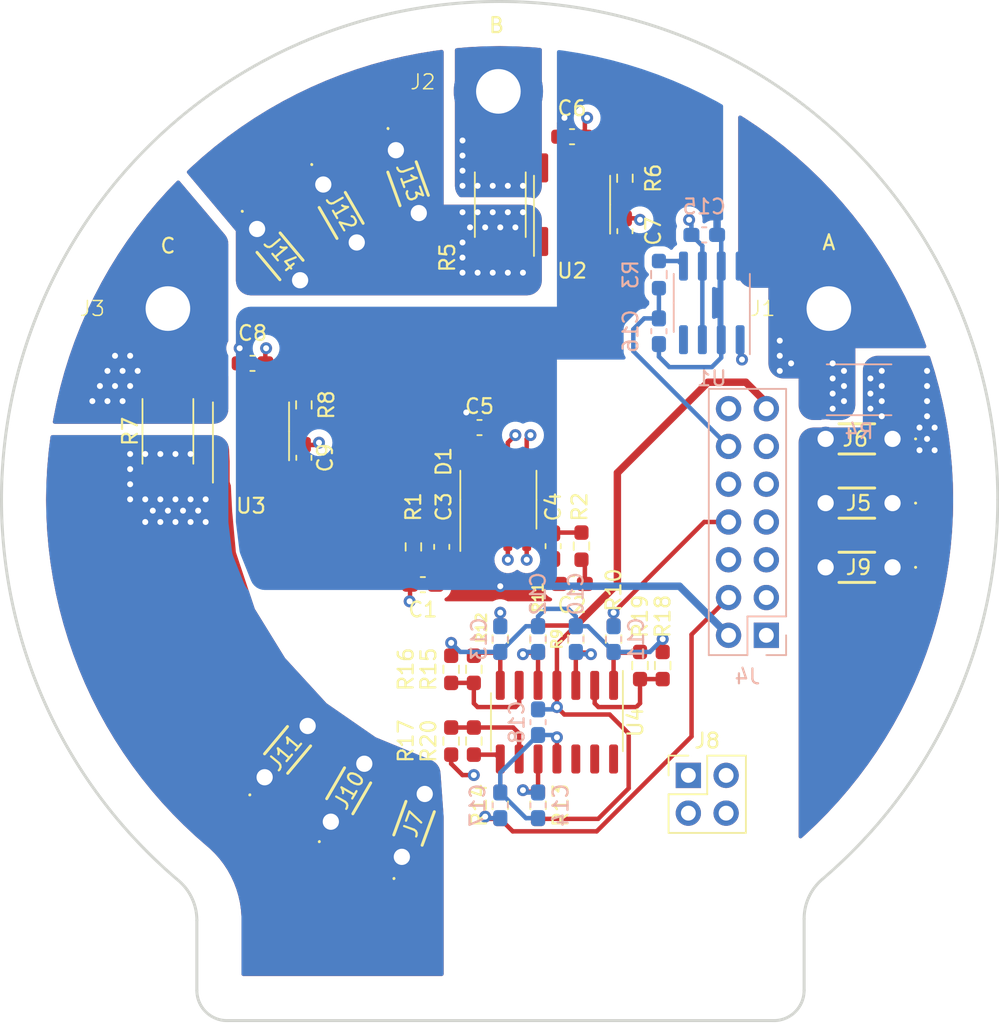
<source format=kicad_pcb>
(kicad_pcb (version 20221018) (generator pcbnew)
  (title_block (title "Плата датчиков вид снизу") (date "2023-12-14") (comment 1 "МПСТ.76721.758764.03.Э4.М") (comment 2 "Филатов"))
  (layers (0 "F.Cu" signal) (1 "In1.Cu" signal) (2 "In2.Cu" signal) (31 "B.Cu" signal) (34 "B.Paste" user) (35 "F.Paste" user) (36 "B.SilkS" user "B.Silkscreen") (37 "F.SilkS" user "F.Silkscreen") (38 "B.Mask" user) (39 "F.Mask" user) (44 "Edge.Cuts" user))
  (net 0 "")
  (net 1 "+3.3V")
  (net 2 "GND")
  (net 3 "Net-(D1-VDD)")
  (net 4 "OUT_MCU")
  (net 5 "Net-(D1-VLDO)")
  (net 7 "SCLK_MCU")
  (net 8 "CS_MCU")
  (net 9 "SDIO_MCU")
  (net 10 "Current_A_MCU")
  (net 11 "Current_B_MCU")
  (net 12 "Current_C_MCU")
  (net 13 "A")
  (net 14 "A_OUT")
  (net 17 "B")
  (net 18 "B_OUT")
  (net 19 "C")
  (net 20 "C_OUT")
  (net 21 "GNDA")
  (net 22 "Temp_Coil_C_MCU")
  (net 23 "Temp_Coil_B_MCU")
  (net 24 "Temp_Coil_A_MCU")
  (net 25 "+3.3VA")
  (net 26 "PTC_Coil_A")
  (net 27 "PTC_Coil_B")
  (net 28 "PTC_Coil_C")
  (net 29 "Net-(R3-Pad2)")
  (net 30 "Net-(R14-Pad2)")
  (net 31 "Net-(R12-Pad2)")
  (net 32 "Net-(R10-Pad2)")
  (net 34 "Net-(U4C--)")
  (net 35 "Net-(U4B--)")
  (net 36 "Net-(U4A--)")
  (net 37 "Net-(R8-Pad2)")
  (net 38 "Net-(R6-Pad2)")
  (net 39 "Net-(C2-Pad2)")
  (footprint "Resistor_SMD:R_2512_6332Metric_Pad1.40x3.35mm_HandSolder" (layer "F.Cu") (at 151.892 63.5 -90)
    (fp_text reference "R5")
    (fp_text value "0.5m" hide)
  )
  (footprint "Resistor_SMD:R_0603_1608Metric_Pad0.98x0.95mm_HandSolder" (layer "F.Cu") (at 148.59 99.568 90)
    (fp_text reference "R17")
    (fp_text value "1k" hide)
  )
  (footprint "Connector_My:4900" (layer "F.Cu") (at 144.87227 59.835673 -70)
    (fp_text reference "J13")
    (fp_text value "4900" hide)
  )
  (footprint "Capacitor_SMD:C_0603_1608Metric_Pad1.08x0.95mm_HandSolder" (layer "F.Cu") (at 155.448 86.4605 90)
    (fp_text reference "C4")
    (fp_text value "100n" hide)
  )
  (footprint "Capacitor_SMD:C_0603_1608Metric_Pad1.08x0.95mm_HandSolder" (layer "F.Cu") (at 135.2285 74.168 180)
    (fp_text reference "C8")
    (fp_text value "0.1u" hide)
  )
  (footprint "Connector_My:Power_Wire" (layer "F.Cu") (at 151.765 55.245)
    (fp_text reference "J2")
    (fp_text value "B")
  )
  (footprint "Capacitor_SMD:C_0603_1608Metric_Pad1.08x0.95mm_HandSolder" (layer "F.Cu") (at 146.685 89.0505)
    (fp_text reference "C1")
    (fp_text value "1n" hide)
  )
  (footprint "Resistor_SMD:R_0603_1608Metric_Pad0.98x0.95mm_HandSolder" (layer "F.Cu") (at 151.892 92.71 -90)
    (fp_text reference "R12")
    (fp_text value "120" hide)
  )
  (footprint "Resistor_SMD:R_0603_1608Metric_Pad0.98x0.95mm_HandSolder" (layer "F.Cu") (at 159.512 92.71 -90)
    (fp_text reference "R10")
    (fp_text value "120" hide)
  )
  (footprint "Resistor_SMD:R_0603_1608Metric_Pad0.98x0.95mm_HandSolder" (layer "F.Cu") (at 138.684 76.962 90)
    (fp_text reference "R8")
    (fp_text value "120" hide)
  )
  (footprint "Connector_My:Power_Wire" (layer "F.Cu") (at 129.54 70.485)
    (fp_text reference "J3")
    (fp_text value "C")
  )
  (footprint "Package_SO:SOIC-8_3.9x4.9mm_P1.27mm" (layer "F.Cu") (at 156.718 63.5 90)
    (fp_text reference "U2")
    (fp_text value "INA283" hide)
  )
  (footprint "Resistor_SMD:R_0603_1608Metric_Pad0.98x0.95mm_HandSolder" (layer "F.Cu") (at 148.59 94.742 -90)
    (fp_text reference "R16")
    (fp_text value "1k" hide)
  )
  (footprint "Resistor_SMD:R_0603_1608Metric_Pad0.98x0.95mm_HandSolder" (layer "F.Cu") (at 150.114 99.568 -90)
    (fp_text reference "R20")
    (fp_text value "9.1k" hide)
  )
  (footprint "Resistor_SMD:R_0603_1608Metric_Pad0.98x0.95mm_HandSolder" (layer "F.Cu") (at 154.432 92.71 -90)
    (fp_text reference "R11")
    (fp_text value "15k" hide)
  )
  (footprint "Capacitor_SMD:C_0603_1608Metric_Pad1.08x0.95mm_HandSolder" (layer "F.Cu") (at 160.274 65.278 -90)
    (fp_text reference "C7")
    (fp_text value "56p" hide)
  )
  (footprint "Resistor_SMD:R_0603_1608Metric_Pad0.98x0.95mm_HandSolder" (layer "F.Cu") (at 162.814 94.488 -90)
    (fp_text reference "R18")
    (fp_text value "1k" hide)
  )
  (footprint "Capacitor_SMD:C_0603_1608Metric_Pad1.08x0.95mm_HandSolder" (layer "F.Cu") (at 147.955 86.5105 -90)
    (fp_text reference "C3")
    (fp_text value "100n" hide)
  )
  (footprint "Connector_My:4900" (layer "F.Cu") (at 145.272909 107.352617 70)
    (fp_text reference "J7")
    (fp_text value "4900" hide)
  )
  (footprint "Connector_My:4900" (layer "F.Cu") (at 139.99 62.142886 -60)
    (fp_text reference "J12")
    (fp_text value "4900" hide)
  )
  (footprint "Resistor_SMD:R_0603_1608Metric_Pad0.98x0.95mm_HandSolder" (layer "F.Cu") (at 161.29 94.488 90)
    (fp_text reference "R19")
    (fp_text value "9.1k" hide)
  )
  (footprint "Package_SO:SOIC-8_3.9x4.9mm_P1.27mm" (layer "F.Cu") (at 135.128 78.74 90)
    (fp_text reference "U3")
    (fp_text value "INA283" hide)
  )
  (footprint "Connector_My:4900" (layer "F.Cu") (at 178.272 79.248 180)
    (fp_text reference "J6")
    (fp_text value "4900" hide)
  )
  (footprint "Resistor_SMD:R_0603_1608Metric_Pad0.98x0.95mm_HandSolder" (layer "F.Cu") (at 157.353 86.4605 90)
    (fp_text reference "R2")
    (fp_text value "50" hide)
  )
  (footprint "Connector_My:Power_Wire" (layer "F.Cu") (at 173.99 70.485)
    (fp_text reference "J1")
    (fp_text value "A")
  )
  (footprint "Connector_My:4900" (layer "F.Cu") (at 140.498 104.989114 60)
    (fp_text reference "J10")
    (fp_text value "4900" hide)
  )
  (footprint "Connector_My:4900" (layer "F.Cu") (at 178.272 83.566 180)
    (fp_text reference "J5")
    (fp_text value "4900" hide)
  )
  (footprint "Package_SO:SOIC-14_3.9x8.7mm_P1.27mm" (layer "F.Cu") (at 155.702 98.298 -90)
    (fp_text reference "U4")
    (fp_text value "LMV324" hide)
  )
  (footprint "Resistor_SMD:R_0603_1608Metric_Pad0.98x0.95mm_HandSolder" (layer "F.Cu") (at 160.274 61.722 90)
    (fp_text reference "R6")
    (fp_text value "120" hide)
  )
  (footprint "Resistor_SMD:R_0603_1608Metric_Pad0.98x0.95mm_HandSolder" (layer "F.Cu") (at 156.972 92.71 -90)
    (fp_text reference "R9")
    (fp_text value "15k" hide)
  )
  (footprint "Connector_My:4900" (layer "F.Cu") (at 136.045456 101.9992 50)
    (fp_text reference "J11")
    (fp_text value "4900" hide)
  )
  (footprint "Resistor_SMD:R_0603_1608Metric_Pad0.98x0.95mm_HandSolder" (layer "F.Cu") (at 151.892 103.886 90)
    (fp_text reference "R14")
    (fp_text value "120" hide)
  )
  (footprint "Connector_PinHeader_2.54mm:PinHeader_2x02_P2.54mm_Vertical" (layer "F.Cu") (at 164.54 101.874)
    (fp_text reference "J8")
    (fp_text value "Conn_02x02_Odd_Even" hide)
  )
  (footprint "Resistor_SMD:R_0603_1608Metric_Pad0.98x0.95mm_HandSolder" (layer "F.Cu") (at 154.432 103.886 90)
    (fp_text reference "R13")
    (fp_text value "15k" hide)
  )
  (footprint "Resistor_SMD:R_0603_1608Metric_Pad0.98x0.95mm_HandSolder" (layer "F.Cu") (at 146.05 86.5105 90)
    (fp_text reference "R1")
    (fp_text value "10" hide)
  )
  (footprint "Resistor_SMD:R_2512_6332Metric_Pad1.40x3.35mm_HandSolder" (layer "F.Cu") (at 129.54 78.74 -90)
    (fp_text reference "R7")
    (fp_text value "0.5m" hide)
  )
  (footprint "Connector_My:4900" (layer "F.Cu") (at 135.537456 65.1328 -50)
    (fp_text reference "J14")
    (fp_text value "4900" hide)
  )
  (footprint "Capacitor_SMD:C_0603_1608Metric_Pad1.08x0.95mm_HandSolder" (layer "F.Cu") (at 156.718 89.0005)
    (fp_text reference "C2")
    (fp_text value "1n" hide)
  )
  (footprint "Capacitor_SMD:C_0603_1608Metric_Pad1.08x0.95mm_HandSolder" (layer "F.Cu") (at 156.718 58.928 180)
    (fp_text reference "C6")
    (fp_text value "0.1u" hide)
  )
  (footprint "Connector_My:4900" (layer "F.Cu") (at 178.272 87.884 180)
    (fp_text reference "J9")
    (fp_text value "4900" hide)
  )
  (footprint "Package_SO:SOIC-8_3.9x4.9mm_P1.27mm" (layer "F.Cu") (at 151.764712 83.337789 90)
    (fp_text reference "D1")
    (fp_text value "NSM3012" hide)
  )
  (footprint "Resistor_SMD:R_0603_1608Metric_Pad0.98x0.95mm_HandSolder" (layer "F.Cu") (at 150.114 94.742 90)
    (fp_text reference "R15")
    (fp_text value "9.1k" hide)
  )
  (footprint "Capacitor_SMD:C_0603_1608Metric_Pad1.08x0.95mm_HandSolder" (layer "F.Cu") (at 150.495 78.486)
    (fp_text reference "C5")
    (fp_text value "100n" hide)
  )
  (footprint "Capacitor_SMD:C_0603_1608Metric_Pad1.08x0.95mm_HandSolder" (layer "F.Cu") (at 138.684 80.518 -90)
    (fp_text reference "C9")
    (fp_text value "56p" hide)
  )
  (footprint "Capacitor_SMD:C_0603_1608Metric_Pad1.08x0.95mm_HandSolder" (layer "B.Cu") (at 156.972 92.71 90)
    (fp_text reference "C10")
    (fp_text value "1u" hide)
  )
  (footprint "Capacitor_SMD:C_0603_1608Metric_Pad1.08x0.95mm_HandSolder" (layer "B.Cu") (at 151.892 92.71 -90)
    (fp_text reference "C13")
    (fp_text value "100n" hide)
  )
  (footprint "Capacitor_SMD:C_0603_1608Metric_Pad1.08x0.95mm_HandSolder" (layer "B.Cu") (at 151.892 103.886 90)
    (fp_text reference "C17")
    (fp_text value "100n" hide)
  )
  (footprint "Resistor_SMD:R_0603_1608Metric_Pad0.98x0.95mm_HandSolder" (layer "B.Cu") (at 162.56 68.199 90)
    (fp_text reference "R3")
    (fp_text value "120" hide)
  )
  (footprint "Capacitor_SMD:C_0603_1608Metric_Pad1.08x0.95mm_HandSolder" (layer "B.Cu") (at 154.432 103.886 -90)
    (fp_text reference "C14")
    (fp_text value "1u" hide)
  )
  (footprint "Capacitor_SMD:C_0603_1608Metric_Pad1.08x0.95mm_HandSolder" (layer "B.Cu") (at 162.56 72.009 -90)
    (fp_text reference "C16")
    (fp_text value "56p" hide)
  )
  (footprint "Capacitor_SMD:C_0603_1608Metric_Pad1.08x0.95mm_HandSolder" (layer "B.Cu") (at 159.512 92.71 -90)
    (fp_text reference "C11")
    (fp_text value "100n" hide)
  )
  (footprint "Connector_PinSocket_2.54mm:PinSocket_2x07_P2.54mm_Vertical" (layer "B.Cu") (at 169.784 92.456)
    (fp_text reference "J4")
    (fp_text value "Conn_02x07_Odd_Even" hide)
  )
  (footprint "Package_SO:SOIC-8_3.9x4.9mm_P1.27mm" (layer "B.Cu") (at 166.116 70.104 90)
    (fp_text reference "U1")
    (fp_text value "INA283" hide)
  )
  (footprint "Capacitor_SMD:C_0603_1608Metric_Pad1.08x0.95mm_HandSolder" (layer "B.Cu") (at 154.432 98.298 -90)
    (fp_text reference "C18")
    (fp_text value "0.1u" hide)
  )
  (footprint "Resistor_SMD:R_2512_6332Metric_Pad1.40x3.35mm_HandSolder" (layer "B.Cu") (at 176.022 75.946)
    (fp_text reference "R4")
    (fp_text value "0.5m" hide)
  )
  (footprint "Capacitor_SMD:C_0603_1608Metric_Pad1.08x0.95mm_HandSolder" (layer "B.Cu") (at 165.608 65.532)
    (fp_text reference "C15")
    (fp_text value "0.1u" hide)
  )
  (footprint "Capacitor_SMD:C_0603_1608Metric_Pad1.08x0.95mm_HandSolder" (layer "B.Cu") (at 154.432 92.71 90)
    (fp_text reference "C12")
    (fp_text value "1u" hide)
  )
  (gr_line (start 131.487619 111.618347) (end 131.487619 116.332) (stroke (width 0.2)) (layer "Edge.Cuts"))
  (gr_line (start 172.325073 111.516254) (end 172.325073 116.332) (stroke (width 0.2)) (layer "Edge.Cuts"))
  (gr_arc (start 130.24537 108.940051) (mid 131.162236 110.142022) (end 131.487619 111.618347) (stroke (width 0.2)) (layer "Edge.Cuts"))
  (gr_arc (start 133.519619 118.364002) (mid 132.082764 117.768849) (end 131.487619 116.332) (stroke (width 0.2)) (layer "Edge.Cuts"))
  (gr_line (start 170.293071 118.364) (end 133.519619 118.364002) (stroke (width 0.2)) (layer "Edge.Cuts"))
  (gr_arc (start 172.325073 116.332) (mid 171.729912 117.768832) (end 170.293071 118.364) (stroke (width 0.2)) (layer "Edge.Cuts"))
  (gr_arc (start 172.325073 111.516254) (mid 172.648008 110.047798) (end 173.557138 108.850252) (stroke (width 0.2)) (layer "Edge.Cuts"))
  (gr_arc (start 185.348262 83.336046) (mid 182.25794 97.389562) (end 173.557138 108.850252) (stroke (width 0.2)) (layer "Edge.Cuts"))
  (gr_arc (start 118.348262 83.336046) (mid 151.848262 49.836046) (end 185.348262 83.336046) (stroke (width 0.2)) (layer "Edge.Cuts"))
  (gr_arc (start 130.24537 108.940051) (mid 121.467782 97.452582) (end 118.348262 83.336046) (stroke (width 0.2)) (layer "Edge.Cuts"))
  (segment (start 135.763 74.496) (end 136.091 74.168) (width 0.3) (layer "F.Cu") (net 1))
  (segment (start 146.05 87.423) (end 146.05 88.823) (width 0.3) (layer "F.Cu") (net 1))
  (segment (start 145.8225 90.1435) (end 145.796 90.17) (width 0.3) (layer "F.Cu") (net 1))
  (segment (start 136.091 74.168) (end 136.091 73.205) (width 0.3) (layer "F.Cu") (net 1))
  (segment (start 157.353 61.025) (end 157.353 65.975) (width 0.3) (layer "F.Cu") (net 1))
  (segment (start 135.763 81.215) (end 135.763 76.265) (width 0.3) (layer "F.Cu") (net 1))
  (segment (start 157.353 59.1555) (end 157.5805 58.928) (width 0.3) (layer "F.Cu") (net 1))
  (segment (start 136.091 73.205) (end 136.144 73.152) (width 0.3) (layer "F.Cu") (net 1))
  (segment (start 157.5805 57.8115) (end 157.734 57.658) (width 0.3) (layer "F.Cu") (net 1))
  (segment (start 157.353 61.025) (end 157.353 59.1555) (width 0.3) (layer "F.Cu") (net 1))
  (segment (start 135.763 76.265) (end 135.763 74.496) (width 0.3) (layer "F.Cu") (net 1))
  (segment (start 145.8225 89.0505) (end 145.8225 90.1435) (width 0.3) (layer "F.Cu") (net 1))
  (segment (start 146.05 88.823) (end 145.8225 89.0505) (width 0.3) (layer "F.Cu") (net 1))
  (segment (start 157.5805 58.928) (end 157.5805 57.8115) (width 0.3) (layer "F.Cu") (net 1))
  (via (at 136.144 73.152) (size 0.8) (drill 0.4) (layers "F.Cu" "B.Cu") (net 1))
  (via (at 164.592 64.516) (size 0.8) (drill 0.4) (layers "F.Cu" "B.Cu") (net 1))
  (via (at 157.734 57.658) (size 0.8) (drill 0.4) (layers "F.Cu" "B.Cu") (net 1))
  (via (at 145.796 90.17) (size 0.8) (drill 0.4) (layers "F.Cu" "B.Cu") (net 1))
  (segment (start 164.7455 64.6695) (end 164.592 64.516) (width 0.3) (layer "B.Cu") (net 1))
  (segment (start 165.481 67.629) (end 165.481 66.2675) (width 0.3) (layer "B.Cu") (net 1))
  (segment (start 165.481 67.629) (end 165.481 72.579) (width 0.3) (layer "B.Cu") (net 1))
  (segment (start 165.481 66.2675) (end 164.7455 65.532) (width 0.3) (layer "B.Cu") (net 1))
  (segment (start 164.7455 65.532) (end 164.7455 64.6695) (width 0.3) (layer "B.Cu") (net 1))
  (segment (start 134.493 74.295) (end 134.366 74.168) (width 0.3) (layer "F.Cu") (net 2))
  (segment (start 155.8555 58.928) (end 155.8555 58.0125) (width 0.3) (layer "F.Cu") (net 2))
  (segment (start 134.366 74.168) (end 134.366 73.152) (width 0.3) (layer "F.Cu") (net 2))
  (segment (start 134.493 82.423) (end 134.874 82.804) (width 0.3) (layer "F.Cu") (net 2))
  (segment (start 134.493 76.265) (end 134.493 74.295) (width 0.3) (layer "F.Cu") (net 2))
  (segment (start 134.493 81.215) (end 134.493 76.265) (width 0.3) (layer "F.Cu") (net 2))
  (segment (start 134.493 81.215) (end 134.493 82.423) (width 0.3) (layer "F.Cu") (net 2))
  (segment (start 147.955 88.643) (end 147.5475 89.0505) (width 0.3) (layer "F.Cu") (net 2))
  (segment (start 149.6325 78.486) (end 149.6325 77.4965) (width 0.3) (layer "F.Cu") (net 2))
  (segment (start 149.859712 80.862789) (end 149.859712 78.713212) (width 0.3) (layer "F.Cu") (net 2))
  (segment (start 156.083 59.1555) (end 155.8555 58.928) (width 0.3) (layer "F.Cu") (net 2))
  (segment (start 134.874 82.804) (end 138.43 82.804) (width 0.3) (layer "F.Cu") (net 2))
  (segment (start 149.6325 77.4965) (end 149.606 77.47) (width 0.3) (layer "F.Cu") (net 2))
  (segment (start 156.083 61.025) (end 156.083 59.1555) (width 0.3) (layer "F.Cu") (net 2))
  (segment (start 156.083 61.025) (end 156.083 65.975) (width 0.3) (layer "F.Cu") (net 2))
  (segment (start 160.274 66.1405) (end 160.274 67.31) (width 0.3) (layer "F.Cu") (net 2))
  (segment (start 155.448 88.593) (end 155.8555 89.0005) (width 0.3) (layer "F.Cu") (net 2))
  (segment (start 138.43 82.804) (end 138.684 82.55) (width 0.3) (layer "F.Cu") (net 2))
  (segment (start 160.02 67.564) (end 156.464 67.564) (width 0.3) (layer "F.Cu") (net 2))
  (segment (start 155.8555 58.0125) (end 156.21 57.658) (width 0.3) (layer "F.Cu") (net 2))
  (segment (start 147.955 87.373) (end 147.955 88.643) (width 0.3) (layer "F.Cu") (net 2))
  (segment (start 156.464 67.564) (end 156.083 67.183) (width 0.3) (layer "F.Cu") (net 2))
  (segment (start 156.083 67.183) (end 156.083 65.975) (width 0.3) (layer "F.Cu") (net 2))
  (segment (start 149.859712 78.713212) (end 149.6325 78.486) (width 0.3) (layer "F.Cu") (net 2))
  (segment (start 155.448 87.323) (end 155.448 88.593) (width 0.3) (layer "F.Cu") (net 2))
  (segment (start 138.684 82.55) (end 138.684 81.3805) (width 0.3) (layer "F.Cu") (net 2))
  (segment (start 160.274 67.31) (end 160.02 67.564) (width 0.3) (layer "F.Cu") (net 2))
  (via (at 149.606 77.47) (size 0.8) (drill 0.4) (layers "F.Cu" "B.Cu") (net 2))
  (via (at 156.21 57.658) (size 0.8) (drill 0.4) (layers "F.Cu" "B.Cu") (net 2))
  (via (at 134.366 73.152) (size 0.8) (drill 0.4) (layers "F.Cu" "B.Cu") (net 2))
  (via (at 151.892 89.154) (size 0.8) (drill 0.4) (layers "F.Cu" "B.Cu") (net 2))
  (segment (start 166.751 65.8125) (end 166.4705 65.532) (width 0.3) (layer "B.Cu") (net 2))
  (segment (start 166.751 73.787) (end 166.751 72.579) (width 0.3) (layer "B.Cu") (net 2))
  (segment (start 166.116 74.422) (end 166.751 73.787) (width 0.3) (layer "B.Cu") (net 2))
  (segment (start 163.942 89.154) (end 151.892 89.154) (width 0.5) (layer "B.Cu") (net 2))
  (segment (start 166.751 72.579) (end 166.751 67.629) (width 0.3) (layer "B.Cu") (net 2))
  (segment (start 162.56 72.8715) (end 162.56 73.716875) (width 0.3) (layer "B.Cu") (net 2))
  (segment (start 166.751 67.629) (end 166.751 65.8125) (width 0.3) (layer "B.Cu") (net 2))
  (segment (start 167.244 92.456) (end 163.942 89.154) (width 0.5) (layer "B.Cu") (net 2))
  (segment (start 163.265125 74.422) (end 166.116 74.422) (width 0.3) (layer "B.Cu") (net 2))
  (segment (start 162.56 73.716875) (end 163.265125 74.422) (width 0.3) (layer "B.Cu") (net 2))
  (segment (start 147.905 85.598) (end 147.955 85.648) (width 0.3) (layer "F.Cu") (net 3))
  (segment (start 146.05 85.598) (end 147.905 85.598) (width 0.3) (layer "F.Cu") (net 3))
  (segment (start 148.119789 85.812789) (end 147.955 85.648) (width 0.3) (layer "F.Cu") (net 3))
  (segment (start 149.859712 85.812789) (end 148.119789 85.812789) (width 0.3) (layer "F.Cu") (net 3))
  (segment (start 155.498 85.548) (end 155.448 85.598) (width 0.3) (layer "F.Cu") (net 4))
  (segment (start 155.448 84.582) (end 155.448 85.598) (width 0.3) (layer "F.Cu") (net 4))
  (segment (start 154.94 84.074) (end 155.448 84.582) (width 0.3) (layer "F.Cu") (net 4))
  (segment (start 157.353 85.548) (end 155.498 85.548) (width 0.3) (layer "F.Cu") (net 4))
  (segment (start 152.908 84.074) (end 154.94 84.074) (width 0.3) (layer "F.Cu") (net 4))
  (segment (start 152.399712 84.582288) (end 152.908 84.074) (width 0.3) (layer "F.Cu") (net 4))
  (segment (start 152.399712 85.812789) (end 152.399712 87.375712) (width 0.3) (layer "F.Cu") (net 4))
  (segment (start 152.399712 85.812789) (end 152.399712 84.582288) (width 0.3) (layer "F.Cu") (net 4))
  (segment (start 152.399712 87.375712) (end 152.4 87.376) (width 0.3) (layer "F.Cu") (net 4))
  (via (at 152.4 87.376) (size 0.8) (drill 0.4) (layers "F.Cu" "B.Cu") (net 4))
  (segment (start 151.129712 78.713788) (end 151.3575 78.486) (width 0.3) (layer "F.Cu") (net 5))
  (segment (start 151.129712 80.862789) (end 151.129712 78.713788) (width 0.3) (layer "F.Cu") (net 5))
  (segment (start 153.669712 85.812789) (end 153.669712 87.375712) (width 0.3) (layer "F.Cu") (net 7))
  (segment (start 153.669712 87.375712) (end 153.67 87.376) (width 0.3) (layer "F.Cu") (net 7))
  (via (at 153.67 87.376) (size 0.8) (drill 0.4) (layers "F.Cu" "B.Cu") (net 7))
  (segment (start 153.669712 79.248288) (end 153.924 78.994) (width 0.3) (layer "F.Cu") (net 8))
  (segment (start 153.669712 80.862789) (end 153.669712 79.248288) (width 0.3) (layer "F.Cu") (net 8))
  (via (at 153.924 78.994) (size 0.8) (drill 0.4) (layers "F.Cu" "B.Cu") (net 8))
  (segment (start 152.399712 80.862789) (end 152.399712 79.502288) (width 0.3) (layer "F.Cu") (net 9))
  (segment (start 152.399712 79.502288) (end 152.908 78.994) (width 0.3) (layer "F.Cu") (net 9))
  (via (at 152.908 78.994) (size 0.8) (drill 0.4) (layers "F.Cu" "B.Cu") (net 9))
  (segment (start 160.838 71.879) (end 160.838 73.35) (width 0.3) (layer "B.Cu") (net 10))
  (segment (start 162.56 69.1115) (end 162.56 71.1465) (width 0.3) (layer "B.Cu") (net 10))
  (segment (start 161.5705 71.1465) (end 160.838 71.879) (width 0.3) (layer "B.Cu") (net 10))
  (segment (start 162.56 71.1465) (end 161.5705 71.1465) (width 0.3) (layer "B.Cu") (net 10))
  (segment (start 160.838 73.35) (end 167.244 79.756) (width 0.3) (layer "B.Cu") (net 10))
  (segment (start 160.274 62.6345) (end 160.274 64.4155) (width 0.3) (layer "F.Cu") (net 11))
  (segment (start 161.1895 64.4155) (end 161.29 64.516) (width 0.3) (layer "F.Cu") (net 11))
  (segment (start 160.274 64.4155) (end 161.1895 64.4155) (width 0.3) (layer "F.Cu") (net 11))
  (via (at 161.29 64.516) (size 0.8) (drill 0.4) (layers "F.Cu" "B.Cu") (net 11))
  (segment (start 138.684 77.8745) (end 138.684 79.6555) (width 0.3) (layer "F.Cu") (net 12))
  (segment (start 138.684 79.6555) (end 139.5465 79.6555) (width 0.3) (layer "F.Cu") (net 12))
  (segment (start 139.5465 79.6555) (end 139.7 79.502) (width 0.3) (layer "F.Cu") (net 12))
  (via (at 139.7 79.502) (size 0.8) (drill 0.4) (layers "F.Cu" "B.Cu") (net 12))
  (via (at 170.688 72.644) (size 0.8) (drill 0.4) (layers "F.Cu" "B.Cu") (net 13))
  (via (at 175.006 74.676) (size 0.8) (drill 0.4) (layers "F.Cu" "B.Cu") (net 13))
  (via (at 171.45 74.168) (size 0.8) (drill 0.4) (layers "F.Cu" "B.Cu") (net 13))
  (via (at 174.244 75.184) (size 0.8) (drill 0.4) (layers "F.Cu" "B.Cu") (net 13))
  (via (at 170.688 73.66) (size 0.8) (drill 0.4) (layers "F.Cu" "B.Cu") (net 13))
  (via (at 174.244 77.216) (size 0.8) (drill 0.4) (layers "F.Cu" "B.Cu") (net 13))
  (via (at 175.006 76.708) (size 0.8) (drill 0.4) (layers "F.Cu" "B.Cu") (net 13))
  (via (at 175.006 75.692) (size 0.8) (drill 0.4) (layers "F.Cu" "B.Cu") (net 13))
  (via (at 174.244 74.168) (size 0.8) (drill 0.4) (layers "F.Cu" "B.Cu") (net 13))
  (via (at 174.244 76.2) (size 0.8) (drill 0.4) (layers "F.Cu" "B.Cu") (net 13))
  (via (at 170.688 74.676) (size 0.8) (drill 0.4) (layers "F.Cu" "B.Cu") (net 13))
  (via (at 180.594 79.248) (size 0.8) (drill 0.4) (layers "F.Cu" "B.Cu") (net 14))
  (via (at 177.546 76.708) (size 0.8) (drill 0.4) (layers "F.Cu" "B.Cu") (net 14))
  (via (at 180.594 76.708) (size 0.8) (drill 0.4) (layers "F.Cu" "B.Cu") (net 14))
  (via (at 180.594 74.676) (size 0.8) (drill 0.4) (layers "F.Cu" "B.Cu") (net 14))
  (via (at 181.102 78.486) (size 0.8) (drill 0.4) (layers "F.Cu" "B.Cu") (net 14))
  (via (at 180.086 78.486) (size 0.8) (drill 0.4) (layers "F.Cu" "B.Cu") (net 14))
  (via (at 176.784 75.184) (size 0.8) (drill 0.4) (layers "F.Cu" "B.Cu") (net 14))
  (via (at 168.148 73.914) (size 0.8) (drill 0.4) (layers "F.Cu" "B.Cu") (net 14))
  (via (at 177.546 74.676) (size 0.8) (drill 0.4) (layers "F.Cu" "B.Cu") (net 14))
  (via (at 177.546 77.724) (size 0.8) (drill 0.4) (layers "F.Cu" "B.Cu") (net 14))
  (via (at 180.594 77.724) (size 0.8) (drill 0.4) (layers "F.Cu" "B.Cu") (net 14))
  (via (at 176.784 77.216) (size 0.8) (drill 0.4) (layers "F.Cu" "B.Cu") (net 14))
  (via (at 180.594 75.692) (size 0.8) (drill 0.4) (layers "F.Cu" "B.Cu") (net 14))
  (via (at 181.102 80.01) (size 0.8) (drill 0.4) (layers "F.Cu" "B.Cu") (net 14))
  (via (at 180.086 80.01) (size 0.8) (drill 0.4) (layers "F.Cu" "B.Cu") (net 14))
  (via (at 177.546 75.692) (size 0.8) (drill 0.4) (layers "F.Cu" "B.Cu") (net 14))
  (via (at 176.784 76.2) (size 0.8) (drill 0.4) (layers "F.Cu" "B.Cu") (net 14))
  (segment (start 168.021 72.579) (end 168.021 73.787) (width 0.3) (layer "B.Cu") (net 14))
  (segment (start 168.021 73.787) (end 168.148 73.914) (width 0.3) (layer "B.Cu") (net 14))
  (via (at 149.352 59.182) (size 0.8) (drill 0.4) (layers "F.Cu" "B.Cu") (net 17))
  (via (at 150.368 62.23) (size 0.8) (drill 0.4) (layers "F.Cu" "B.Cu") (net 17))
  (via (at 149.352 61.214) (size 0.8) (drill 0.4) (layers "F.Cu" "B.Cu") (net 17))
  (via (at 149.352 62.23) (size 0.8) (drill 0.4) (layers "F.Cu" "B.Cu") (net 17))
  (via (at 149.352 60.198) (size 0.8) (drill 0.4) (layers "F.Cu" "B.Cu") (net 17))
  (via (at 152.4 62.23) (size 0.8) (drill 0.4) (layers "F.Cu" "B.Cu") (net 17))
  (via (at 151.384 62.23) (size 0.8) (drill 0.4) (layers "F.Cu" "B.Cu") (net 17))
  (via (at 153.416 62.23) (size 0.8) (drill 0.4) (layers "F.Cu" "B.Cu") (net 17))
  (via (at 152.4 64.008) (size 0.8) (drill 0.4) (layers "F.Cu" "B.Cu") (net 18))
  (via (at 151.892 65.024) (size 0.8) (drill 0.4) (layers "F.Cu" "B.Cu") (net 18))
  (via (at 149.352 68.072) (size 0.8) (drill 0.4) (layers "F.Cu" "B.Cu") (net 18))
  (via (at 152.4 68.072) (size 0.8) (drill 0.4) (layers "F.Cu" "B.Cu") (net 18))
  (via (at 150.876 65.024) (size 0.8) (drill 0.4) (layers "F.Cu" "B.Cu") (net 18))
  (via (at 149.352 66.04) (size 0.8) (drill 0.4) (layers "F.Cu" "B.Cu") (net 18))
  (via (at 151.384 64.008) (size 0.8) (drill 0.4) (layers "F.Cu" "B.Cu") (net 18))
  (via (at 153.416 68.072) (size 0.8) (drill 0.4) (layers "F.Cu" "B.Cu") (net 18))
  (via (at 149.352 64.008) (size 0.8) (drill 0.4) (layers "F.Cu" "B.Cu") (net 18))
  (via (at 150.368 64.008) (size 0.8) (drill 0.4) (layers "F.Cu" "B.Cu") (net 18))
  (via (at 151.384 68.072) (size 0.8) (drill 0.4) (layers "F.Cu" "B.Cu") (net 18))
  (via (at 153.416 64.008) (size 0.8) (drill 0.4) (layers "F.Cu" "B.Cu") (net 18))
  (via (at 152.908 65.024) (size 0.8) (drill 0.4) (layers "F.Cu" "B.Cu") (net 18))
  (via (at 149.352 67.056) (size 0.8) (drill 0.4) (layers "F.Cu" "B.Cu") (net 18))
  (via (at 150.368 68.072) (size 0.8) (drill 0.4) (layers "F.Cu" "B.Cu") (net 18))
  (via (at 149.86 65.024) (size 0.8) (drill 0.4) (layers "F.Cu" "B.Cu") (net 18))
  (segment (start 129.54 75.69) (end 132.648 75.69) (width 0.3) (layer "F.Cu") (net 19))
  (segment (start 132.648 75.69) (end 133.223 76.265) (width 0.3) (layer "F.Cu") (net 19))
  (via (at 125.984 75.692) (size 0.8) (drill 0.4) (layers "F.Cu" "B.Cu") (net 19))
  (via (at 127 73.66) (size 0.8) (drill 0.4) (layers "F.Cu" "B.Cu") (net 19))
  (via (at 126.492 76.708) (size 0.8) (drill 0.4) (layers "F.Cu" "B.Cu") (net 19))
  (via (at 125.476 76.708) (size 0.8) (drill 0.4) (layers "F.Cu" "B.Cu") (net 19))
  (via (at 127.508 74.676) (size 0.8) (drill 0.4) (layers "F.Cu" "B.Cu") (net 19))
  (via (at 124.46 76.708) (size 0.8) (drill 0.4) (layers "F.Cu" "B.Cu") (net 19))
  (via (at 125.984 73.66) (size 0.8) (drill 0.4) (layers "F.Cu" "B.Cu") (net 19))
  (via (at 124.968 75.692) (size 0.8) (drill 0.4) (layers "F.Cu" "B.Cu") (net 19))
  (via (at 127 75.692) (size 0.8) (drill 0.4) (layers "F.Cu" "B.Cu") (net 19))
  (via (at 126.492 74.676) (size 0.8) (drill 0.4) (layers "F.Cu" "B.Cu") (net 19))
  (via (at 125.476 74.676) (size 0.8) (drill 0.4) (layers "F.Cu" "B.Cu") (net 19))
  (via (at 130.048 80.264) (size 0.8) (drill 0.4) (layers "F.Cu" "B.Cu") (net 20))
  (via (at 127 81.28) (size 0.8) (drill 0.4) (layers "F.Cu" "B.Cu") (net 20))
  (via (at 129.032 80.264) (size 0.8) (drill 0.4) (layers "F.Cu" "B.Cu") (net 20))
  (via (at 132.08 84.836) (size 0.8) (drill 0.4) (layers "F.Cu" "B.Cu") (net 20))
  (via (at 132.08 83.312) (size 0.8) (drill 0.4) (layers "F.Cu" "B.Cu") (net 20))
  (via (at 130.556 84.074) (size 0.8) (drill 0.4) (layers "F.Cu" "B.Cu") (net 20))
  (via (at 128.016 83.312) (size 0.8) (drill 0.4) (layers "F.Cu" "B.Cu") (net 20))
  (via (at 131.064 83.312) (size 0.8) (drill 0.4) (layers "F.Cu" "B.Cu") (net 20))
  (via (at 128.016 84.836) (size 0.8) (drill 0.4) (layers "F.Cu" "B.Cu") (net 20))
  (via (at 129.54 84.074) (size 0.8) (drill 0.4) (layers "F.Cu" "B.Cu") (net 20))
  (via (at 129.032 84.836) (size 0.8) (drill 0.4) (layers "F.Cu" "B.Cu") (net 20))
  (via (at 129.032 83.312) (size 0.8) (drill 0.4) (layers "F.Cu" "B.Cu") (net 20))
  (via (at 127 83.312) (size 0.8) (drill 0.4) (layers "F.Cu" "B.Cu") (net 20))
  (via (at 127 82.296) (size 0.8) (drill 0.4) (layers "F.Cu" "B.Cu") (net 20))
  (via (at 131.064 84.836) (size 0.8) (drill 0.4) (layers "F.Cu" "B.Cu") (net 20))
  (via (at 131.064 80.264) (size 0.8) (drill 0.4) (layers "F.Cu" "B.Cu") (net 20))
  (via (at 130.048 83.312) (size 0.8) (drill 0.4) (layers "F.Cu" "B.Cu") (net 20))
  (via (at 127 80.264) (size 0.8) (drill 0.4) (layers "F.Cu" "B.Cu") (net 20))
  (via (at 130.048 84.836) (size 0.8) (drill 0.4) (layers "F.Cu" "B.Cu") (net 20))
  (via (at 128.016 80.264) (size 0.8) (drill 0.4) (layers "F.Cu" "B.Cu") (net 20))
  (via (at 131.572 84.074) (size 0.8) (drill 0.4) (layers "F.Cu" "B.Cu") (net 20))
  (via (at 128.524 84.074) (size 0.8) (drill 0.4) (layers "F.Cu" "B.Cu") (net 20))
  (segment (start 148.59 93.8295) (end 148.59 92.964) (width 0.3) (layer "F.Cu") (net 21))
  (segment (start 155.702 100.773) (end 155.702 99.314) (width 0.3) (layer "F.Cu") (net 21))
  (segment (start 162.814 93.5755) (end 162.814 92.71) (width 0.3) (layer "F.Cu") (net 21))
  (segment (start 148.59 100.4805) (end 148.59 101.092) (width 0.3) (layer "F.Cu") (net 21))
  (segment (start 149.352 101.854) (end 150.114 101.854) (width 0.3) (layer "F.Cu") (net 21))
  (segment (start 148.59 101.092) (end 149.352 101.854) (width 0.3) (layer "F.Cu") (net 21))
  (via (at 155.702 99.314) (size 0.8) (drill 0.4) (layers "F.Cu" "B.Cu") (net 21))
  (via (at 148.59 92.964) (size 0.8) (drill 0.4) (layers "F.Cu" "B.Cu") (net 21))
  (via (at 150.114 101.854) (size 0.8) (drill 0.4) (layers "F.Cu" "B.Cu") (net 21))
  (via (at 162.814 92.71) (size 0.8) (drill 0.4) (layers "F.Cu" "B.Cu") (net 21))
  (segment (start 154.432 99.1605) (end 155.5485 99.1605) (width 0.3) (layer "B.Cu") (net 21))
  (segment (start 161.9515 93.5725) (end 162.814 92.71) (width 0.3) (layer "B.Cu") (net 21))
  (segment (start 156.972 91.8475) (end 157.787 91.8475) (width 0.3) (layer "B.Cu") (net 21))
  (segment (start 151.892 103.0235) (end 153.617 104.7485) (width 0.3) (layer "B.Cu") (net 21))
  (segment (start 153.617 104.7485) (end 154.432 104.7485) (width 0.3) (layer "B.Cu") (net 21))
  (segment (start 155.5485 99.1605) (end 155.702 99.314) (width 0.3) (layer "B.Cu") (net 21))
  (segment (start 159.512 93.5725) (end 161.9515 93.5725) (width 0.3) (layer "B.Cu") (net 21))
  (segment (start 156.972 91.186) (end 156.972 91.8475) (width 0.3) (layer "B.Cu") (net 21))
  (segment (start 157.787 91.8475) (end 159.512 93.5725) (width 0.3) (layer "B.Cu") (net 21))
  (segment (start 154.432 91.8475) (end 154.432 91.186) (width 0.3) (layer "B.Cu") (net 21))
  (segment (start 149.1985 93.5725) (end 148.59 92.964) (width 0.3) (layer "B.Cu") (net 21))
  (segment (start 156.464 90.678) (end 156.972 91.186) (width 0.3) (layer "B.Cu") (net 21))
  (segment (start 154.94 90.678) (end 156.464 90.678) (width 0.3) (layer "B.Cu") (net 21))
  (segment (start 151.892 103.0235) (end 151.892 101.7005) (width 0.3) (layer "B.Cu") (net 21))
  (segment (start 151.892 93.5725) (end 149.1985 93.5725) (width 0.3) (layer "B.Cu") (net 21))
  (segment (start 151.892 101.7005) (end 154.432 99.1605) (width 0.3) (layer "B.Cu") (net 21))
  (segment (start 154.432 91.186) (end 154.94 90.678) (width 0.3) (layer "B.Cu") (net 21))
  (segment (start 153.617 91.8475) (end 151.892 93.5725) (width 0.3) (layer "B.Cu") (net 21))
  (segment (start 154.432 91.8475) (end 153.617 91.8475) (width 0.3) (layer "B.Cu") (net 21))
  (segment (start 164.756 92.404) (end 167.244 89.916) (width 0.3) (layer "F.Cu") (net 22))
  (segment (start 151.892 104.7985) (end 151.0265 104.7985) (width 0.3) (layer "F.Cu") (net 22))
  (segment (start 164.756 99.258) (end 164.756 92.404) (width 0.3) (layer "F.Cu") (net 22))
  (segment (start 151.892 104.7985) (end 152.7295 105.636) (width 0.3) (layer "F.Cu") (net 22))
  (segment (start 151.0265 104.7985) (end 150.876 104.648) (width 0.3) (layer "F.Cu") (net 22))
  (segment (start 158.378 105.636) (end 164.756 99.258) (width 0.3) (layer "F.Cu") (net 22))
  (segment (start 152.7295 105.636) (end 158.378 105.636) (width 0.3) (layer "F.Cu") (net 22))
  (via (at 150.876 104.648) (size 0.8) (drill 0.4) (layers "F.Cu" "B.Cu") (net 22))
  (segment (start 151.892 104.7485) (end 150.9765 104.7485) (width 0.3) (layer "B.Cu") (net 22))
  (segment (start 150.9765 104.7485) (end 150.876 104.648) (width 0.3) (layer "B.Cu") (net 22))
  (segment (start 151.892 91.7975) (end 151.892 90.932) (width 0.3) (layer "F.Cu") (net 23))
  (via (at 151.892 90.932) (size 0.8) (drill 0.4) (layers "F.Cu" "B.Cu") (net 23))
  (segment (start 151.892 91.8475) (end 151.892 90.932) (width 0.3) (layer "B.Cu") (net 23))
  (segment (start 159.512 91.7975) (end 159.512 90.932) (width 0.3) (layer "F.Cu") (net 24))
  (segment (start 165.608 84.836) (end 167.244 84.836) (width 0.3) (layer "F.Cu") (net 24))
  (segment (start 159.512 90.932) (end 165.608 84.836) (width 0.3) (layer "F.Cu") (net 24))
  (via (at 159.512 90.932) (size 0.8) (drill 0.4) (layers "F.Cu" "B.Cu") (net 24))
  (segment (start 154.432 91.7975) (end 156.972 91.7975) (width 0.3) (layer "F.Cu") (net 25))
  (segment (start 155.702 95.823) (end 155.702 93.0675) (width 0.3) (layer "F.Cu") (net 25))
  (segment (start 159.766 89.0035) (end 156.972 91.7975) (width 0.5) (layer "F.Cu") (net 25))
  (segment (start 168.402 75.438) (end 165.862 75.438) (width 0.5) (layer "F.Cu") (net 25))
  (segment (start 160.528 99.06) (end 160.528 102.743) (width 0.3) (layer "F.Cu") (net 25))
  (segment (start 158.4725 104.7985) (end 154.432 104.7985) (width 0.3) (layer "F.Cu") (net 25))
  (segment (start 169.784 76.82) (end 168.402 75.438) (width 0.5) (layer "F.Cu") (net 25))
  (segment (start 156.202 97.782) (end 159.25 97.782) (width 0.3) (layer "F.Cu") (net 25))
  (segment (start 160.528 102.743) (end 158.4725 104.7985) (width 0.3) (layer "F.Cu") (net 25))
  (segment (start 169.784 77.216) (end 169.784 76.82) (width 0.5) (layer "F.Cu") (net 25))
  (segment (start 159.25 97.782) (end 160.528 99.06) (width 0.3) (layer "F.Cu") (net 25))
  (segment (start 155.702 97.282) (end 156.202 97.782) (width 0.3) (layer "F.Cu") (net 25))
  (segment (start 155.702 95.823) (end 155.702 97.282) (width 0.3) (layer "F.Cu") (net 25))
  (segment (start 155.702 93.0675) (end 156.972 91.7975) (width 0.3) (layer "F.Cu") (net 25))
  (segment (start 159.766 81.534) (end 159.766 89.0035) (width 0.5) (layer "F.Cu") (net 25))
  (segment (start 165.862 75.438) (end 159.766 81.534) (width 0.5) (layer "F.Cu") (net 25))
  (via (at 155.702 97.282) (size 0.8) (drill 0.4) (layers "F.Cu" "B.Cu") (net 25))
  (segment (start 155.5485 97.4355) (end 155.702 97.282) (width 0.3) (layer "B.Cu") (net 25))
  (segment (start 154.432 97.4355) (end 155.5485 97.4355) (width 0.3) (layer "B.Cu") (net 25))
  (segment (start 156.972 93.6225) (end 157.8845 93.6225) (width 0.3) (layer "F.Cu") (net 26))
  (segment (start 156.972 93.6225) (end 156.972 95.823) (width 0.3) (layer "F.Cu") (net 26))
  (segment (start 157.8845 93.6225) (end 157.988 93.726) (width 0.3) (layer "F.Cu") (net 26))
  (via (at 157.988 93.726) (size 0.8) (drill 0.4) (layers "F.Cu" "B.Cu") (net 26))
  (segment (start 157.1255 93.726) (end 156.972 93.5725) (width 0.3) (layer "B.Cu") (net 26))
  (segment (start 157.988 93.726) (end 157.1255 93.726) (width 0.3) (layer "B.Cu") (net 26))
  (segment (start 154.432 93.6225) (end 153.5195 93.6225) (width 0.3) (layer "F.Cu") (net 27))
  (segment (start 153.5195 93.6225) (end 153.416 93.726) (width 0.3) (layer "F.Cu") (net 27))
  (segment (start 154.432 93.6225) (end 154.432 95.823) (width 0.3) (layer "F.Cu") (net 27))
  (via (at 153.416 93.726) (size 0.8) (drill 0.4) (layers "F.Cu" "B.Cu") (net 27))
  (segment (start 154.432 93.5725) (end 153.5695 93.5725) (width 0.3) (layer "B.Cu") (net 27))
  (segment (start 153.5695 93.5725) (end 153.416 93.726) (width 0.3) (layer "B.Cu") (net 27))
  (segment (start 153.5195 102.9735) (end 153.416 102.87) (width 0.3) (layer "F.Cu") (net 28))
  (segment (start 154.432 100.773) (end 154.432 102.9735) (width 0.3) (layer "F.Cu") (net 28))
  (segment (start 154.432 102.9735) (end 153.5195 102.9735) (width 0.3) (layer "F.Cu") (net 28))
  (via (at 153.416 102.87) (size 0.8) (drill 0.4) (layers "F.Cu" "B.Cu") (net 28))
  (segment (start 153.5695 103.0235) (end 153.416 102.87) (width 0.3) (layer "B.Cu") (net 28))
  (segment (start 154.432 103.0235) (end 153.5695 103.0235) (width 0.3) (layer "B.Cu") (net 28))
  (segment (start 163.8685 67.2865) (end 164.211 67.629) (width 0.3) (layer "B.Cu") (net 29))
  (segment (start 162.56 67.2865) (end 163.8685 67.2865) (width 0.3) (layer "B.Cu") (net 29))
  (segment (start 151.5995 100.4805) (end 151.892 100.773) (width 0.3) (layer "F.Cu") (net 30))
  (segment (start 151.892 102.9735) (end 151.892 100.773) (width 0.3) (layer "F.Cu") (net 30))
  (segment (start 150.114 100.4805) (end 151.5995 100.4805) (width 0.3) (layer "F.Cu") (net 30))
  (segment (start 150.321 93.6225) (end 150.114 93.8295) (width 0.3) (layer "F.Cu") (net 31))
  (segment (start 151.892 95.823) (end 151.892 93.6225) (width 0.3) (layer "F.Cu") (net 31))
  (segment (start 151.892 93.6225) (end 150.321 93.6225) (width 0.3) (layer "F.Cu") (net 31))
  (segment (start 159.512 95.823) (end 159.512 93.6225) (width 0.3) (layer "F.Cu") (net 32))
  (segment (start 159.512 93.6225) (end 161.243 93.6225) (width 0.3) (layer "F.Cu") (net 32))
  (segment (start 161.243 93.6225) (end 161.29 93.5755) (width 0.3) (layer "F.Cu") (net 32))
  (segment (start 152.7575 98.6555) (end 153.162 99.06) (width 0.3) (layer "F.Cu") (net 34))
  (segment (start 150.114 98.6555) (end 152.7575 98.6555) (width 0.3) (layer "F.Cu") (net 34))
  (segment (start 148.59 98.6555) (end 150.114 98.6555) (width 0.3) (layer "F.Cu") (net 34))
  (segment (start 153.162 99.06) (end 153.162 100.773) (width 0.3) (layer "F.Cu") (net 34))
  (segment (start 150.368 97.282) (end 150.114 97.028) (width 0.3) (layer "F.Cu") (net 35))
  (segment (start 153.162 97.028) (end 152.908 97.282) (width 0.3) (layer "F.Cu") (net 35))
  (segment (start 152.908 97.282) (end 150.368 97.282) (width 0.3) (layer "F.Cu") (net 35))
  (segment (start 153.162 95.823) (end 153.162 97.028) (width 0.3) (layer "F.Cu") (net 35))
  (segment (start 150.114 97.028) (end 150.114 95.6545) (width 0.3) (layer "F.Cu") (net 35))
  (segment (start 148.59 95.6545) (end 150.114 95.6545) (width 0.3) (layer "F.Cu") (net 35))
  (segment (start 158.242 95.823) (end 158.242 97.028) (width 0.3) (layer "F.Cu") (net 36))
  (segment (start 161.036 97.282) (end 161.29 97.028) (width 0.3) (layer "F.Cu") (net 36))
  (segment (start 158.496 97.282) (end 161.036 97.282) (width 0.3) (layer "F.Cu") (net 36))
  (segment (start 162.814 95.4005) (end 161.29 95.4005) (width 0.3) (layer "F.Cu") (net 36))
  (segment (start 161.29 97.028) (end 161.29 95.4005) (width 0.3) (layer "F.Cu") (net 36))
  (segment (start 158.242 97.028) (end 158.496 97.282) (width 0.3) (layer "F.Cu") (net 36))
  (segment (start 138.4685 76.265) (end 138.684 76.0495) (width 0.3) (layer "F.Cu") (net 37))
  (segment (start 137.033 76.265) (end 138.4685 76.265) (width 0.3) (layer "F.Cu") (net 37))
  (segment (start 158.623 61.025) (end 160.0585 61.025) (width 0.3) (layer "F.Cu") (net 38))
  (segment (start 160.0585 61.025) (end 160.274 60.8095) (width 0.3) (layer "F.Cu") (net 38))
  (segment (start 157.5805 89.0005) (end 157.5805 87.6005) (width 0.3) (layer "F.Cu") (net 39))
  (segment (start 157.5805 87.6005) (end 157.353 87.373) (width 0.3) (layer "F.Cu") (net 39))
  (zone (net 2) (net_name "GND") (layer "F.Cu") (priority 2) (connect_pads (clearance 0.5)) (min_thickness 0.25) (fill yes (thermal_gap 0.5) (thermal_bridge_width 0.5) (smoothing fillet) (radius 1))
    (polygon (pts (xy 147.066 86.868) (xy 156.464 86.868) (xy 156.464 88.392) (xy 156.464 90.17) (xy 147.066 90.17) (xy 147.066 88.392)))
  )
  (zone (net 13) (net_name "A") (layers "F.Cu" "In1.Cu" "In2.Cu" "B.Cu") (priority 6) (connect_pads yes (clearance 0.5)) (min_thickness 0.25) (fill yes (thermal_gap 0.5) (thermal_bridge_width 0.5) (smoothing fillet) (radius 1))
    (polygon (pts (xy 171.958 77.978) (xy 175.768 77.978) (xy 175.768 73.152) (xy 185.42 73.152) (xy 185.42 55.118) (xy 167.894 55.118) (xy 167.894 69.088) (xy 169.926 69.088) (xy 169.926 75.184) (xy 171.958 75.184)))
  )
  (zone (net 17) (net_name "B") (layers "F.Cu" "In1.Cu" "In2.Cu" "B.Cu") (priority 3) (connect_pads yes (clearance 0.5)) (min_thickness 0.25) (fill yes (thermal_gap 0.5) (thermal_bridge_width 0.5) (smoothing fillet) (radius 1))
    (polygon (pts (xy 154.686 49.784) (xy 154.686 63.246) (xy 148.844 63.246) (xy 148.844 49.784)))
  )
  (zone (net 14) (net_name "A_OUT") (layers "F.Cu" "In1.Cu" "In2.Cu" "B.Cu") (priority 5) (connect_pads yes (clearance 0.5)) (min_thickness 0.25) (fill yes (thermal_gap 0.5) (thermal_bridge_width 0.5) (smoothing fillet) (radius 1))
    (polygon (pts (xy 176.276 73.66) (xy 185.42 73.66) (xy 185.42 109.22) (xy 171.958 109.22) (xy 171.958 78.486) (xy 176.276 78.486)))
  )
  (zone (net 20) (net_name "C_OUT") (layers "F.Cu" "In1.Cu" "In2.Cu" "B.Cu") (priority 1) (connect_pads yes (clearance 0.5)) (min_thickness 0.25) (fill yes (thermal_gap 0.5) (thermal_bridge_width 0.5) (smoothing fillet) (radius 1))
    (polygon (pts (xy 133.604 78.994) (xy 133.858 84.074) (xy 134.112 86.868) (xy 135.382 90.678) (xy 137.414 93.98) (xy 140.208 97.028) (xy 143.51 99.314) (xy 147.828 101.092) (xy 148.082 104.648) (xy 148.082 118.618) (xy 118.872 118.618) (xy 118.872 78.994)))
  )
  (zone (net 19) (net_name "C") (layers "F.Cu" "In1.Cu" "In2.Cu" "B.Cu") (connect_pads yes (clearance 0.5)) (min_thickness 0.25) (fill yes (thermal_gap 0.5) (thermal_bridge_width 0.5) (smoothing fillet) (radius 1))
    (polygon (pts (xy 128.016 59.182) (xy 133.604 65.786) (xy 133.604 71.882) (xy 133.604 73.152) (xy 133.604 78.232) (xy 118.872 78.232) (xy 118.872 66.548)))
  )
  (zone (net 18) (net_name "B_OUT") (layers "F.Cu" "In1.Cu" "In2.Cu" "B.Cu") (priority 4) (connect_pads yes (clearance 0.5)) (min_thickness 0.25) (fill yes (thermal_gap 0.5) (thermal_bridge_width 0.5) (smoothing fillet) (radius 1))
    (polygon (pts (xy 154.686 63.5) (xy 154.686 69.596) (xy 134.112 69.596) (xy 134.112 65.278) (xy 128.778 58.928) (xy 128.778 49.784) (xy 148.082 49.784) (xy 148.082 63.5)))
  )
  (zone (net 2) (net_name "GND") (layer "B.Cu") (priority 7) (connect_pads (clearance 0.5)) (min_thickness 0.25) (fill yes (thermal_gap 0.5) (thermal_bridge_width 0.5) (smoothing fillet) (radius 1))
    (polygon (pts (xy 134.112 70.358) (xy 155.702 70.358) (xy 155.702 49.784) (xy 166.878 49.784) (xy 166.878 73.914) (xy 155.702 73.914) (xy 155.702 89.408) (xy 135.382 89.408) (xy 134.366 86.868) (xy 134.112 84.836)))
  )
)
</source>
